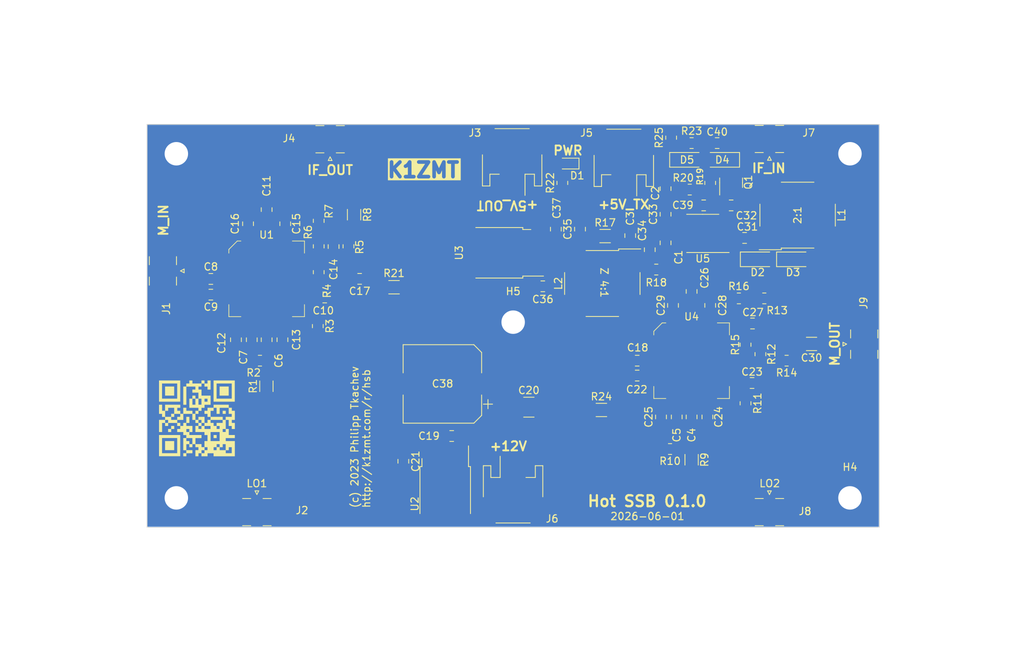
<source format=kicad_pcb>
(kicad_pcb (version 20221018) (generator pcbnew)
  (title_block (title "Hot SSB") (date "2023-09-12") (rev "0.1.0") (company "K1ZMT"))
  (layers (0 "F.Cu" signal) (31 "B.Cu" signal) (34 "B.Paste" user) (35 "F.Paste" user) (36 "B.SilkS" user "B.Silkscreen") (37 "F.SilkS" user "F.Silkscreen") (38 "B.Mask" user) (39 "F.Mask" user) (44 "Edge.Cuts" user))
  (net 0 "")
  (net 1 "Earth")
  (net 2 "Net-(U5-EN)")
  (net 3 "+5V")
  (net 4 "Net-(C3-Pad1)")
  (net 5 "Net-(U5-OUTPUT)")
  (net 6 "Net-(C4-Pad1)")
  (net 7 "Net-(U4-LOP)")
  (net 8 "Net-(U4-LON)")
  (net 9 "Net-(C6-Pad1)")
  (net 10 "Net-(U1-LOP)")
  (net 11 "Net-(U1-LON)")
  (net 12 "Net-(U1-RFP)")
  (net 13 "Net-(J1-In)")
  (net 14 "Net-(U1-RFN)")
  (net 15 "Net-(U1-BIAS)")
  (net 16 "+10V")
  (net 17 "Net-(U1-COM)")
  (net 18 "Net-(U1-AP)")
  (net 19 "Net-(U1-AN)")
  (net 20 "Net-(J4-In)")
  (net 21 "Net-(U4-RFP)")
  (net 22 "Net-(C18-Pad2)")
  (net 23 "/+VCC")
  (net 24 "Net-(U4-RFN)")
  (net 25 "Net-(U4-BIAS)")
  (net 26 "Net-(U4-COM)")
  (net 27 "Net-(U4-AP)")
  (net 28 "Net-(U4-AN)")
  (net 29 "Net-(J9-In)")
  (net 30 "Net-(C30-Pad2)")
  (net 31 "Net-(U5-INPUT)")
  (net 32 "Net-(D2-A)")
  (net 33 "Net-(D4-K)")
  (net 34 "Net-(U5-DECL)")
  (net 35 "Net-(U5-HPFL)")
  (net 36 "Net-(C34-Pad2)")
  (net 37 "Net-(J2-In)")
  (net 38 "Net-(J7-In)")
  (net 39 "Net-(J8-In)")
  (net 40 "Net-(U1-VFB)")
  (net 41 "Net-(U1-OUT)")
  (net 42 "Net-(U4-VFB)")
  (net 43 "Net-(U4-OUT)")
  (net 44 "Net-(Q1-B)")
  (net 45 "/MX1+10V")
  (net 46 "Net-(D1-A)")
  (net 47 "Net-(D4-A)")
  (net 48 "+5V_TX")
  (net 49 "/MX2+10V")
  (net 50 "Net-(C17-Pad1)")
  (footprint "Connector_Coaxial:SMA_Samtec_SMA-J-P-X-ST-EM1_EdgeMount" (layer "F.Cu") (at 115 92.8)
    (fp_text reference "J2")
    (fp_text value "LO1")
  )
  (footprint "Capacitor_SMD:C_0805_2012Metric" (layer "F.Cu") (at 114.3 69.403 -90)
    (fp_text reference "C7")
    (fp_text value "104")
  )
  (footprint "Capacitor_SMD:C_0805_2012Metric" (layer "F.Cu") (at 176.53 79.944 90)
    (fp_text reference "C24")
    (fp_text value "104")
  )
  (footprint "Capacitor_SMD:C_0805_2012Metric" (layer "F.Cu") (at 166.939 74.295 180)
    (fp_text reference "C22")
    (fp_text value "104")
  )
  (footprint "Resistor_SMD:R_1206_3216Metric" (layer "F.Cu") (at 162.052 78.994)
    (fp_text reference "R24")
    (fp_text value "0")
  )
  (footprint "Capacitor_SMD:C_0805_2012Metric" (layer "F.Cu") (at 177.861 42.545 180)
    (fp_text reference "C40")
    (fp_text value "104")
  )
  (footprint "Connector_Coaxial:SMA_Samtec_SMA-J-P-X-ST-EM1_EdgeMount" (layer "F.Cu") (at 125 42.164 180)
    (fp_text reference "J4")
    (fp_text value "IF_OUT")
  )
  (footprint "Capacitor_SMD:C_0805_2012Metric" (layer "F.Cu") (at 168.656 57.1094 -90)
    (fp_text reference "C34")
    (fp_text value "103*")
  )
  (footprint "Resistor_SMD:R_0805_2012Metric" (layer "F.Cu") (at 181.737 78.0815 -90)
    (fp_text reference "R11")
    (fp_text value "51")
  )
  (footprint "Capacitor_SMD:C_0805_2012Metric" (layer "F.Cu") (at 176.911 64.709 -90)
    (fp_text reference "C28")
    (fp_text value "331")
  )
  (footprint "Connector_Coaxial:SMA_Samtec_SMA-J-P-X-ST-EM1_EdgeMount" (layer "F.Cu") (at 197.8 70 90)
    (fp_text reference "J9")
    (fp_text value "M_OUT")
  )
  (footprint "Resistor_SMD:R_0805_2012Metric" (layer "F.Cu") (at 180.8245 63.754)
    (fp_text reference "R16")
    (fp_text value "472")
  )
  (footprint "Capacitor_SMD:C_0805_2012Metric" (layer "F.Cu") (at 174.371 79.944 90)
    (fp_text reference "C4")
    (fp_text value "104")
  )
  (footprint "Capacitor_SMD:C_0805_2012Metric" (layer "F.Cu") (at 116.332 51.628 -90)
    (fp_text reference "C11")
    (fp_text value "104")
  )
  (footprint "Resistor_SMD:R_0805_2012Metric" (layer "F.Cu") (at 174.117 48.895 180)
    (fp_text reference "R20")
    (fp_text value "104")
  )
  (footprint "Package_LCC:PLCC-20" (layer "F.Cu") (at 174.371 72.263)
    (fp_text reference "U4")
    (fp_text value "AD831AP")
  )
  (footprint "Resistor_SMD:R_0805_2012Metric" (layer "F.Cu") (at 156.718 47.9825 90)
    (fp_text reference "R22")
    (fp_text value "472")
  )
  (footprint "Package_TO_SOT_SMD:SOT-23" (layer "F.Cu") (at 179.766 47.9575 90)
    (fp_text reference "Q1")
    (fp_text value "MMBT3906")
  )
  (footprint "Capacitor_SMD:CP_Elec_10x12.5" (layer "F.Cu") (at 140.335 75.438 180)
    (fp_text reference "C38")
    (fp_text value "1000uF")
  )
  (footprint "LOGO" (layer "F.Cu") (at 106.807 80.137)
    (fp_text reference "G***" hide)
    (fp_text value "LOGO" hide)
  )
  (footprint "Capacitor_SMD:C_0805_2012Metric" (layer "F.Cu") (at 116.332 69.403 90)
    (fp_text reference "C6")
    (fp_text value "104")
  )
  (footprint "Resistor_SMD:R_0805_2012Metric" (layer "F.Cu") (at 123.444 53.1622 -90)
    (fp_text reference "R7")
    (fp_text value "472")
  )
  (footprint "Capacitor_SMD:C_0805_2012Metric" (layer "F.Cu") (at 112.141 69.403 90)
    (fp_text reference "C12")
    (fp_text value "104")
  )
  (footprint "MountingHole:MountingHole_3.2mm_M3_Pad" (layer "F.Cu") (at 150 67)
    (fp_text reference "H5")
    (fp_text value "MH")
  )
  (footprint "Inductor_SMD:L_CommonModeChoke_Wuerth_WE-SL5" (layer "F.Cu") (at 162.179 61.722 -90)
    (fp_text reference "L2")
    (fp_text value "Z 4:1")
  )
  (footprint "Resistor_SMD:R_0805_2012Metric" (layer "F.Cu") (at 171.577 41.8065 90)
    (fp_text reference "R25")
    (fp_text value "104")
  )
  (footprint "Capacitor_SMD:C_0805_2012Metric" (layer "F.Cu") (at 181.61 55.499)
    (fp_text reference "C31")
    (fp_text value "104")
  )
  (footprint "Diode_SMD:D_SOD-123" (layer "F.Cu") (at 173.736 44.831)
    (fp_text reference "D5")
    (fp_text value "1N4148W")
  )
  (footprint "Capacitor_SMD:C_0805_2012Metric" (layer "F.Cu") (at 171.831 64.709 -90)
    (fp_text reference "C29")
    (fp_text value "331")
  )
  (footprint "Capacitor_SMD:C_1206_3216Metric" (layer "F.Cu") (at 190.754 69.977 180)
    (fp_text reference "C30")
    (fp_text value "105")
  )
  (footprint "Connector_JST:JST_PH_S2B-PH-SM4-TB_1x02-1MP_P2.00mm_Horizontal" (layer "F.Cu") (at 149.987 89.916)
    (fp_text reference "J6")
    (fp_text value "+12V")
  )
  (footprint "Capacitor_SMD:C_0805_2012Metric" (layer "F.Cu") (at 166.939 72.263 180)
    (fp_text reference "C18")
    (fp_text value "104")
  )
  (footprint "Package_TO_SOT_SMD:TO-252-2" (layer "F.Cu") (at 148.004 57.531 180)
    (fp_text reference "U3")
    (fp_text value "LM78M05_TO252")
  )
  (footprint "Capacitor_SMD:C_0805_2012Metric" (layer "F.Cu") (at 154.051 62.103)
    (fp_text reference "C36")
    (fp_text value "106")
  )
  (footprint "Capacitor_SMD:C_0805_2012Metric" (layer "F.Cu") (at 170.1915 79.944 90)
    (fp_text reference "C25")
    (fp_text value "104")
  )
  (footprint "Connector_JST:JST_PH_S2B-PH-SM4-TB_1x02-1MP_P2.00mm_Horizontal" (layer "F.Cu") (at 165.116 45.156 180)
    (fp_text reference "J5")
    (fp_text value "+5V_TX")
  )
  (footprint "Resistor_SMD:R_0805_2012Metric" (layer "F.Cu") (at 181.737 70.0805 -90)
    (fp_text reference "R15")
    (fp_text value "51R")
  )
  (footprint "Resistor_SMD:R_0805_2012Metric" (layer "F.Cu") (at 184.3005 63.754 180)
    (fp_text reference "R13")
    (fp_text value "472")
  )
  (footprint "Resistor_SMD:R_0805_2012Metric" (layer "F.Cu") (at 171.4265 84.328)
    (fp_text reference "R10")
    (fp_text value "510")
  )
  (footprint "MountingHole:MountingHole_3.2mm_M3_Pad" (layer "F.Cu") (at 196 91)
    (fp_text reference "H4")
    (fp_text value "MH")
  )
  (footprint "Resistor_SMD:R_0805_2012Metric" (layer "F.Cu") (at 123.317 67.5405 -90)
    (fp_text reference "R3")
    (fp_text value "51")
  )
  (footprint "Connector_Coaxial:SMA_Samtec_SMA-J-P-X-ST-EM1_EdgeMount" (layer "F.Cu") (at 185 92.8)
    (fp_text reference "J8")
    (fp_text value "LO2")
  )
  (footprint "Resistor_SMD:R_1206_3216Metric" (layer "F.Cu") (at 128.27 52.324 -90)
    (fp_text reference "R8")
    (fp_text value "101")
  )
  (footprint "Package_SO:TSSOP-14_4.4x5mm_P0.65mm" (layer "F.Cu") (at 175.895 54.879 180)
    (fp_text reference "U5")
    (fp_text value "AD8367ARU")
  )
  (footprint "Resistor_SMD:R_0805_2012Metric" (layer "F.Cu") (at 183.769 71.374 -90)
    (fp_text reference "R12")
    (fp_text value "681")
  )
  (footprint "Resistor_SMD:R_1206_3216Metric" (layer "F.Cu") (at 174.371 85.7905 90)
    (fp_text reference "R9")
    (fp_text value "221")
  )
  (footprint "Capacitor_SMD:C_1210_3225Metric" (layer "F.Cu") (at 152.146 78.613)
    (fp_text reference "C20")
    (fp_text value "105")
  )
  (footprint "Resistor_SMD:R_0805_2012Metric" (layer "F.Cu") (at 123.444 60.1745 -90)
    (fp_text reference "R4")
    (fp_text value "121")
  )
  (footprint "Capacitor_SMD:C_0805_2012Metric" (layer "F.Cu") (at 118.872 53.56 -90)
    (fp_text reference "C15")
    (fp_text value "102")
  )
  (footprint "Connector_JST:JST_PH_S2B-PH-SM4-TB_1x02-1MP_P2.00mm_Horizontal" (layer "F.Cu") (at 149.86 45.085 180)
    (fp_text reference "J3")
    (fp_text value "+5V_OUT")
  )
  (footprint "Capacitor_SMD:C_0805_2012Metric" (layer "F.Cu") (at 129.032 61.087 180)
    (fp_text reference "C17")
    (fp_text value "105")
  )
  (footprint "Capacitor_SMD:C_0805_2012Metric" (layer "F.Cu") (at 176.022 51.054)
    (fp_text reference "C39")
    (fp_text value "104")
  )
  (footprint "Capacitor_SMD:C_0805_2012Metric" (layer "F.Cu") (at 179.771 51.054 180)
    (fp_text reference "C32")
    (fp_text value "104*")
  )
  (footprint "Connector_Coaxial:SMA_Samtec_SMA-J-P-X-ST-EM1_EdgeMount" (layer "F.Cu") (at 185 42.1275 180)
    (fp_text reference "J7")
    (fp_text value "IF_IN")
  )
  (footprint "Capacitor_SMD:C_0805_2012Metric" (layer "F.Cu") (at 125.476 56.6776 -90)
    (fp_text reference "C14")
    (fp_text value "104")
  )
  (footprint "Capacitor_SMD:C_0805_2012Metric" (layer "F.Cu") (at 165.989 55.179 90)
    (fp_text reference "C3")
    (fp_text value "104")
  )
  (footprint "MountingHole:MountingHole_3.2mm_M3_Pad" (layer "F.Cu") (at 104 91)
    (fp_text reference "H3" hide)
    (fp_text value "MH")
  )
  (footprint "Capacitor_SMD:C_0805_2012Metric" (layer "F.Cu") (at 172.339 79.944 -90)
    (fp_text reference "C5")
    (fp_text value "104")
  )
  (footprint "Capacitor_SMD:C_0805_2012Metric" (layer "F.Cu") (at 155.829 54.295 90)
    (fp_text reference "C37")
    (fp_text value "106")
  )
  (footprint "Diode_SMD:D_SOD-123" (layer "F.Cu") (at 183.388 58.42)
    (fp_text reference "D2")
    (fp_text value "1N4148W")
  )
  (footprint "Diode_SMD:D_SOD-123" (layer "F.Cu") (at 178.562 44.831 180)
    (fp_text reference "D4")
    (fp_text value "1N4148W")
  )
  (footprint "Resistor_SMD:R_0805_2012Metric" (layer "F.Cu") (at 174.371 42.545 180)
    (fp_text reference "R23")
    (fp_text value "104")
  )
  (footprint "Resistor_SMD:R_1206_3216Metric" (layer "F.Cu") (at 162.56 55.245)
    (fp_text reference "R17")
    (fp_text value "3R3")
  )
  (footprint "Capacitor_SMD:C_0805_2012Metric" (layer "F.Cu") (at 108.712 63.246 180)
    (fp_text reference "C9")
    (fp_text value "105")
  )
  (footprint "Resistor_SMD:R_0805_2012Metric" (layer "F.Cu") (at 169.545 59.817)
    (fp_text reference "R18")
    (fp_text value "101*")
  )
  (footprint "Capacitor_SMD:C_0805_2012Metric" (layer "F.Cu") (at 141.605 82.55 180)
    (fp_text reference "C19")
    (fp_text value "104")
  )
  (footprint "Resistor_SMD:R_0805_2012Metric" (layer "F.Cu") (at 187.3485 72.263 180)
    (fp_text reference "R14")
    (fp_text value "51R")
  )
  (footprint "Capacitor_SMD:C_0805_2012Metric" (layer "F.Cu") (at 124.267 63.627)
    (fp_text reference "C10")
    (fp_text value "104")
  )
  (footprint "Capacitor_SMD:C_0805_2012Metric" (layer "F.Cu") (at 182.687 67.183)
    (fp_text reference "C27")
    (fp_text value "104")
  )
  (footprint "Capacitor_SMD:C_0805_2012Metric" (layer "F.Cu") (at 135 86 -90)
    (fp_text reference "C21")
    (fp_text value "105")
  )
  (footprint "Resistor_SMD:R_1206_3216Metric" (layer "F.Cu") (at 133.731 62.23 180)
    (fp_text reference "R21")
    (fp_text value "0")
  )
  (footprint "Inductor_SMD:L_CommonModeChoke_Wuerth_WE-SL5" (layer "F.Cu") (at 188.849 52.386 90)
    (fp_text reference "L1")
    (fp_text value "2:1")
  )
  (footprint "Capacitor_SMD:C_0805_2012Metric" (layer "F.Cu") (at 108.712 61.1 180)
    (fp_text reference "C8")
    (fp_text value "105")
  )
  (footprint "Resistor_SMD:R_0805_2012Metric" (layer "F.Cu") (at 123.444 56.642 -90)
    (fp_text reference "R6")
    (fp_text value "51R")
  )
  (footprint "Capacitor_SMD:C_0805_2012Metric" (layer "F.Cu") (at 170.815 48.768 -90)
    (fp_text reference "C2")
    (fp_text value "105")
  )
  (footprint "Resistor_SMD:R_0805_2012Metric" (layer "F.Cu") (at 127.508 56.6401 90)
    (fp_text reference "R5")
    (fp_text value "472")
  )
  (footprint "MountingHole:MountingHole_3.2mm_M3_Pad" (layer "F.Cu") (at 196 44)
    (fp_text reference "H2" hide)
    (fp_text value "MH")
  )
  (footprint "Connector_Coaxial:SMA_Samtec_SMA-J-P-X-ST-EM1_EdgeMount" (layer "F.Cu") (at 102.308 60 -90)
    (fp_text reference "J1")
    (fp_text value "M_IN")
  )
  (footprint "Capacitor_SMD:C_0805_2012Metric" (layer "F.Cu") (at 182.626 75.311)
    (fp_text reference "C23")
    (fp_text value "104")
  )
  (footprint "Resistor_SMD:R_0805_2012Metric" (layer "F.Cu") (at 176.911 47.9825 -90)
    (fp_text reference "R19")
    (fp_text value "113")
  )
  (footprint "Resistor_SMD:R_0805_2012Metric" (layer "F.Cu") (at 115.4195 72.263)
    (fp_text reference "R2")
    (fp_text value "510")
  )
  (footprint "Capacitor_SMD:C_0805_2012Metric" (layer "F.Cu") (at 170.815 52.263 90)
    (fp_text reference "C33")
    (fp_text value "104")
  )
  (footprint "MountingHole:MountingHole_3.2mm_M3_Pad" (layer "F.Cu") (at 104 44)
    (fp_text reference "H1" hide)
    (fp_text value "MH")
  )
  (footprint "Package_TO_SOT_SMD:TO-252-2" (layer "F.Cu") (at 140.72 90.04 -90)
    (fp_text reference "U2")
    (fp_text value "LM78M10_TO252")
  )
  (footprint "Capacitor_SMD:C_0805_2012Metric" (layer "F.Cu") (at 170.815 56.1696 90)
    (fp_text reference "C1")
    (fp_text value "104")
  )
  (footprint "Capacitor_SMD:C_0805_2012Metric" (layer "F.Cu") (at 174.371 62.804 -90)
    (fp_text reference "C26")
    (fp_text value "104")
  )
  (footprint "Capacitor_SMD:C_0805_2012Metric" (layer "F.Cu") (at 113.792 53.56 -90)
    (fp_text reference "C16")
    (fp_text value "102")
  )
  (footprint "Resistor_SMD:R_1206_3216Metric" (layer "F.Cu") (at 116.3 75.7535 90)
    (fp_text reference "R1")
    (fp_text value "221")
  )
  (footprint "LED_SMD:LED_0603_1608Metric" (layer "F.Cu") (at 157.5055 45.339 180)
    (fp_text reference "D1")
    (fp_text value "PWR")
  )
  (footprint "Capacitor_SMD:C_0805_2012Metric" (layer "F.Cu") (at 118.491 69.403 90)
    (fp_text reference "C13")
    (fp_text value "104")
  )
  (footprint "Package_LCC:PLCC-20" (layer "F.Cu") (at 116.332 61.087)
    (fp_text reference "U1")
    (fp_text value "AD831AP")
  )
  (footprint "Diode_SMD:D_SOD-123" (layer "F.Cu") (at 188.341 58.42)
    (fp_text reference "D3")
    (fp_text value "1N4148W")
  )
  (footprint "Capacitor_SMD:C_0805_2012Metric" (layer "F.Cu") (at 159.131 54.295 90)
    (fp_text reference "C35")
    (fp_text value "104")
  )
  (gr_line (start 200 40) (end 200 95) (stroke (width 0.1)) (layer "Edge.Cuts"))
  (gr_line (start 200 95) (end 100 95) (stroke (width 0.1)) (layer "Edge.Cuts"))
  (gr_line (start 100 95) (end 100 40) (stroke (width 0.1)) (layer "Edge.Cuts"))
  (gr_line (start 100 40) (end 200 40) (stroke (width 0.1)) (layer "Edge.Cuts"))
  (gr_text "K1ZMT" (at 132.588 46.228) (layer "F.SilkS" knockout) (effects (font (size 2 2) (thickness 0.5) bold) (justify left)))
  (gr_text "${TITLE} ${REVISION}" (at 160.02 92.329) (layer "F.SilkS") (effects (font (size 1.5 1.5) (thickness 0.3) bold) (justify left bottom)))
  (gr_text "${CURRENT_DATE}" (at 163.195 94.107) (layer "F.SilkS") (effects (font (size 1 1)) (justify left bottom)))
  (gr_text "(c) 2023 Philipp Tkachev\nhttp://k1zmt.com/r/hsb" (at 130.556 92.456 90) (layer "F.SilkS") (effects (font (size 1 1)) (justify left bottom)))
  (segment (start 171.094 55.529) (end 170.815 55.25) (width 0.4) (layer "F.Cu") (net 2))
  (segment (start 175.544 55.529) (end 176.194 56.179) (width 0.4) (layer "F.Cu") (net 2))
  (segment (start 176.194 56.179) (end 178.7575 56.179) (width 0.4) (layer "F.Cu") (net 2))
  (segment (start 170.744 55.179) (end 170.815 55.25) (width 0.5) (layer "F.Cu") (net 2))
  (segment (start 164.0885 55.179) (end 170.744 55.179) (width 0.5) (layer "F.Cu") (net 2))
  (segment (start 171.186 54.879) (end 170.815 55.25) (width 0.4) (layer "F.Cu") (net 2))
  (segment (start 173.0325 55.529) (end 171.094 55.529) (width 0.4) (layer "F.Cu") (net 2))
  (segment (start 173.0325 54.879) (end 171.186 54.879) (width 0.4) (layer "F.Cu") (net 2))
  (segment (start 164.0225 55.245) (end 164.0885 55.179) (width 0.5) (layer "F.Cu") (net 2))
  (segment (start 173.0325 55.529) (end 175.544 55.529) (width 0.4) (layer "F.Cu") (net 2))
  (segment (start 153.035 50.11) (end 153.035 55.242) (width 0.7) (layer "F.Cu") (net 3))
  (segment (start 169.037 48.895) (end 169.037 50.927) (width 0.7) (layer "F.Cu") (net 3))
  (segment (start 172.974 47.879) (end 170.876 47.879) (width 0.7) (layer "F.Cu") (net 3))
  (segment (start 173.2045 48.1095) (end 172.974 47.879) (width 0.7) (layer "F.Cu") (net 3))
  (segment (start 173.2045 48.895) (end 173.2045 48.1095) (width 0.7) (layer "F.Cu") (net 3))
  (segment (start 169.037 50.927) (end 167.894 52.07) (width 0.7) (layer "F.Cu") (net 3))
  (segment (start 150.86 47.935) (end 153.035 50.11) (width 0.7) (layer "F.Cu") (net 3))
  (segment (start 170.114 47.818) (end 169.037 48.895) (width 0.7) (layer "F.Cu") (net 3))
  (segment (start 170.815 47.818) (end 170.114 47.818) (width 0.7) (layer "F.Cu") (net 3))
  (segment (start 170.876 47.879) (end 170.815 47.818) (width 0.7) (layer "F.Cu") (net 3))
  (segment (start 153.035 55.242) (end 153.044 55.251) (width 0.7) (layer "F.Cu") (net 3))
  (segment (start 161.0975 55.245) (end 153.543 55.245) (width 1) (layer "F.Cu") (net 3))
  (segment (start 167.894 52.07) (end 164.2725 52.07) (width 0.7) (layer "F.Cu") (net 3))
  (segment (start 156.718 48.895) (end 151.82 48.895) (width 0.7) (layer "F.Cu") (net 3))
  (segment (start 151.82 48.895) (end 150.86 47.935) (width 0.7) (layer "F.Cu") (net 3))
  (segment (start 164.2725 52.07) (end 161.0975 55.245) (width 0.7) (layer "F.Cu") (net 3))
  (segment (start 165.989 56.129) (end 165.989 58.612) (width 1) (layer "F.Cu") (net 4))
  (segment (start 173.0325 54.229) (end 165.989 54.229) (width 0.4) (layer "F.Cu") (net 5))
  (segment (start 174.371 84.328) (end 172.4895 84.328) (width 1) (layer "F.Cu") (net 6))
  (segment (start 174.371 84.328) (end 174.371 80.894) (width 1) (layer "F.Cu") (net 6))
  (segment (start 174.371 76.3155) (end 174.371 78.994) (width 0.7) (layer "F.Cu") (net 7))
  (segment (start 173.101 78.232) (end 172.339 78.994) (width 0.7) (layer "F.Cu") (net 8))
  (segment (start 173.101 76.3155) (end 173.101 78.232) (width 0.7) (layer "F.Cu") (net 8))
  (segment (start 116.332 74.0555) (end 116.3 74.0875) (width 0.7) (layer "F.Cu") (net 9))
  (segment (start 116.332 70.353) (end 116.332 74.0555) (width 0.7) (layer "F.Cu") (net 9))
  (segment (start 116.332 65.1395) (end 116.332 68.453) (width 0.7) (layer "F.Cu") (net 10))
  (segment (start 114.915553 67.837447) (end 114.3 68.453) (width 0.7) (layer "F.Cu") (net 11))
  (segment (start 115.062 65.1395) (end 115.062 67.483893) (width 0.7) (layer "F.Cu") (net 11))
  (arc (start 114.915553 67.837447) (mid 115.02394 67.675235) (end 115.062 67.483893) (width 0.7) (layer "F.Cu") (net 11))
  (segment (start 112.1525 61.1) (end 109.25 61.1) (width 0.7) (layer "F.Cu") (net 12))
  (segment (start 105.835786 60) (end 102.108 60) (width 1) (layer "F.Cu") (net 13))
  (segment (start 107.35 61.1) (end 106.542893 60.292893) (width 1) (layer "F.Cu") (net 13))
  (arc (start 105.835786 60) (mid 106.218469 60.07612) (end 106.542893 60.292893) (width 1) (layer "F.Cu") (net 13))
  (segment (start 112.2795 62.357) (end 110.551 62.357) (width 0.7) (layer "F.Cu") (net 14))
  (segment (start 110.551 62.357) (end 109.662 63.246) (width 0.7) (layer "F.Cu") (net 14))
  (segment (start 120.3845 63.627) (end 123.317 63.627) (width 0.7) (layer "F.Cu") (net 15))
  (segment (start 123.3 63.644) (end 123.3 66.611) (width 0.7) (layer "F.Cu") (net 15))
  (segment (start 123.317 63.627) (end 123.3 63.644) (width 0.7) (layer "F.Cu") (net 15))
  (segment (start 123.3 66.611) (end 123.317 66.628) (width 0.7) (layer "F.Cu") (net 15))
  (segment (start 153.101 62.103) (end 153.101 59.868) (width 1) (layer "F.Cu") (net 16))
  (segment (start 135.382 62.103) (end 153.101 62.103) (width 1) (layer "F.Cu") (net 16))
  (segment (start 154.94 72.009) (end 154.94 64.262) (width 0.7) (layer "F.Cu") (net 16))
  (segment (start 154.94 64.262) (end 153.101 62.423) (width 0.7) (layer "F.Cu") (net 16))
  (segment (start 153.101 59.868) (end 153.044 59.811) (width 0.7) (layer "F.Cu") (net 16))
  (segment (start 135 85.05) (end 133.31 85.05) (width 1) (layer "F.Cu") (net 16))
  (segment (start 132.334 84.074) (end 132.334 71.8058) (width 1) (layer "F.Cu") (net 16))
  (segment (start 135.05 85) (end 135 85.05) (width 1) (layer "F.Cu") (net 16))
  (segment (start 160.397 78.994) (end 157.734 78.994) (width 0.7) (layer "F.Cu") (net 16))
  (segment (start 133.31 85.05) (end 132.334 84.074) (width 1) (layer "F.Cu") (net 16))
  (segment (start 157.734 78.994) (end 157.48 78.74) (width 0.7) (layer "F.Cu") (net 16))
  (segment (start 138.44 85) (end 135.05 85) (width 1) (layer "F.Cu") (net 16))
  (segment (start 157.48 74.549) (end 154.94 72.009) (width 0.7) (layer "F.Cu") (net 16))
  (segment (start 132.334 71.8058) (end 135.382 68.7578) (width 1) (layer "F.Cu") (net 16))
  (segment (start 135.382 68.7578) (end 135.382 62.103) (width 1) (layer "F.Cu") (net 16))
  (segment (start 153.101 62.423) (end 153.101 62.103) (width 0.7) (layer "F.Cu") (net 16))
  (segment (start 157.48 78.74) (end 157.48 74.549) (width 0.7) (layer "F.Cu") (net 16))
  (segment (start 122.7563 55.7295) (end 123.444 55.7295) (width 0.7) (layer "F.Cu") (net 17))
  (segment (start 123.444 55.7295) (end 123.444 54.0747) (width 0.7) (layer "F.Cu") (net 17))
  (segment (start 120.3845 58.547) (end 121.412 58.547) (width 0.7) (layer "F.Cu") (net 17))
  (segment (start 121.412 58.547) (end 122.174 57.785) (width 0.7) (layer "F.Cu") (net 17))
  (segment (start 127.5061 55.7295) (end 127.508 55.7276) (width 0.7) (layer "F.Cu") (net 17))
  (segment (start 122.174 57.785) (end 122.174 56.3118) (width 0.7) (layer "F.Cu") (net 17))
  (segment (start 123.444 55.7295) (end 127.5061 55.7295) (width 0.7) (layer "F.Cu") (net 17))
  (segment (start 122.174 56.3118) (end 122.7563 55.7295) (width 0.7) (layer "F.Cu") (net 17))
  (segment (start 117.602 55.78) (end 118.872 54.51) (width 0.7) (layer "F.Cu") (net 18))
  (segment (start 118.872 57.0345) (end 118.872 54.51) (width 0.7) (layer "F.Cu") (net 18))
  (segment (start 117.602 57.0345) (end 117.602 55.78) (width 0.7) (layer "F.Cu") (net 18))
  (segment (start 113.792 57.0345) (end 113.792 54.51) (width 0.7) (layer "F.Cu") (net 19))
  (segment (start 115.062 55.78) (end 113.792 54.51) (width 0.7) (layer "F.Cu") (net 19))
  (segment (start 115.062 57.0345) (end 115.062 55.78) (width 0.7) (layer "F.Cu") (net 19))
  (segment (start 125 42.3625) (end 125 43.560747) (width 1) (layer "F.Cu") (net 20))
  (segment (start 128.27 50.771) (end 128.27 49.054528) (width 1) (layer "F.Cu") (net 20))
  (segment (start 127.008161 46.008166) (end 125.310593 44.310588) (width 1) (layer "F.Cu") (net 20))
  (arc (start 125.310593 44.310588) (mid 125.08072 43.966558) (end 125 43.560747) (width 1) (layer "F.Cu") (net 20))
  (arc (start 127.008161 46.008166) (mid 127.942059 47.40585) (end 128.27 49.054528) (width 1) (layer "F.Cu") (net 20))
  (segment (start 170.3185 72.263) (end 167.889 72.263) (width 0.7) (layer "F.Cu") (net 21))
  (segment (start 165.989 72.263) (end 165.989 64.832) (width 1) (layer "F.Cu") (net 22))
  (segment (start 170.3185 73.533) (end 168.651 73.533) (width 0.7) (layer "F.Cu") (net 24))
  (segment (start 168.651 73.533) (end 167.889 74.295) (width 0.7) (layer "F.Cu") (net 24))
  (segment (start 181.737 77.169) (end 181.737 75.438) (width 0.7) (layer "F.Cu") (net 25))
  (segment (start 181.102 74.803) (end 181.737 75.438) (width 0.7) (layer "F.Cu") (net 25))
  (segment (start 178.4235 74.803) (end 181.102 74.803) (width 0.7) (layer "F.Cu") (net 25))
  (segment (start 181.737 69.168) (end 181.737 63.754) (width 0.7) (layer "F.Cu") (net 26))
  (segment (start 181.737 63.754) (end 183.388 63.754) (width 0.7) (layer "F.Cu") (net 26))
  (segment (start 178.4235 69.723) (end 181.182 69.723) (width 0.7) (layer "F.Cu") (net 26))
  (segment (start 181.182 69.723) (end 181.737 69.168) (width 0.7) (layer "F.Cu") (net 26))
  (segment (start 175.641 66.929) (end 176.911 65.659) (width 0.7) (layer "F.Cu") (net 27))
  (segment (start 175.641 68.2105) (end 175.641 66.929) (width 0.7) (layer "F.Cu") (net 27))
  (segment (start 176.911 68.2105) (end 176.911 65.659) (width 0.7) (layer "F.Cu") (net 27))
  (segment (start 171.831 68.2105) (end 171.831 65.659) (width 0.7) (layer "F.Cu") (net 28))
  (segment (start 173.101 66.929) (end 171.831 65.659) (width 0.7) (layer "F.Cu") (net 28))
  (segment (start 173.101 68.2105) (end 173.101 66.929) (width 0.7) (layer "F.Cu") (net 28))
  (segment (start 192.919 70) (end 192.815 70.104) (width 1.27) (layer "F.Cu") (net 29))
  (segment (start 198 70) (end 192.919 70) (width 1.27) (layer "F.Cu") (net 29))
  (segment (start 188.261 70.995) (end 189.279 69.977) (width 0.7) (layer "F.Cu") (net 30))
  (segment (start 188.261 72.263) (end 188.261 70.995) (width 0.7) (layer "F.Cu") (net 30))
  (segment (start 178.7575 55.514) (end 180.645 55.514) (width 0.4) (layer "F.Cu") (net 31))
  (segment (start 180.645 55.514) (end 180.66 55.499) (width 0.4) (layer "F.Cu") (net 31))
  (segment (start 185.036 55.499) (end 185.039 55.496) (width 0.7) (layer "F.Cu") (net 32))
  (segment (start 185.038 55.497) (end 185.039 55.496) (width 0.7) (layer "F.Cu") (net 32))
  (segment (start 185.038 58.42) (end 185.038 55.497) (width 0.7) (layer "F.Cu") (net 32))
  (segment (start 185.038 58.42) (end 186.691 58.42) (width 0.7) (layer "F.Cu") (net 32))
  (segment (start 182.56 55.499) (end 185.036 55.499) (width 0.7) (layer "F.Cu") (net 32))
  (segment (start 178.7725 53.564) (end 180.467 53.564) (width 0.4) (layer "F.Cu") (net 33))
  (segment (start 180.721 53.34) (end 180.721 51.054) (width 0.4) (layer "F.Cu") (net 33))
  (segment (start 178.7575 53.579) (end 178.7725 53.564) (width 0.4) (layer "F.Cu") (net 33))
  (segment (start 180.467 53.564) (end 180.497 53.564) (width 0.4) (layer "F.Cu") (net 33))
  (segment (start 178.7575 54.214) (end 178.7575 53.579) (width 0.4) (layer "F.Cu") (net 33))
  (segment (start 178.7575 53.564) (end 180.467 53.564) (width 0.4) (layer "F.Cu") (net 33))
  (segment (start 180.721 51.054) (end 180.721 48.9) (width 0.4) (layer "F.Cu") (net 33))
  (segment (start 180.716 45.335) (end 180.212 44.831) (width 0.4) (layer "F.Cu") (net 33))
  (segment (start 180.497 53.564) (end 180.721 53.34) (width 0.4) (layer "F.Cu") (net 33))
  (segment (start 180.721 48.9) (end 180.716 48.895) (width 0.4) (layer "F.Cu") (net 33))
  (segment (start 180.716 48.895) (end 180.716 45.335) (width 0.4) (layer "F.Cu") (net 33))
  (segment (start 171.181 53.579) (end 170.815 53.213) (width 0.4) (layer "F.Cu") (net 34))
  (segment (start 173.0325 53.579) (end 171.181 53.579) (width 0.4) (layer "F.Cu") (net 34))
  (segment (start 168.6756 56.179) (end 168.656 56.1594) (width 0.4) (layer "F.Cu") (net 35))
  (segment (start 173.0325 56.179) (end 168.6756 56.179) (width 0.4) (layer "F.Cu") (net 35))
  (segment (start 168.656 59.7935) (end 168.6325 59.817) (width 0.4) (layer "F.Cu") (net 36))
  (segment (start 168.656 58.0594) (end 168.656 59.7935) (width 0.4) (layer "F.Cu") (net 36))
  (segment (start 115 83.426072) (end 115 93) (width 1) (layer "F.Cu") (net 37))
  (segment (start 116.3 77.216) (end 116.3 80.655668) (width 1) (layer "F.Cu") (net 37))
  (segment (start 115.835904 81.776096) (end 115.575636 82.036364) (width 1) (layer "F.Cu") (net 37))
  (arc (start 115.575636 82.036364) (mid 115.149603 82.673967) (end 115 83.426072) (width 1) (layer "F.Cu") (net 37))
  (arc (start 116.3 80.655668) (mid 116.17938 81.262039) (end 115.835904 81.776096) (width 1) (layer "F.Cu") (net 37))
  (segment (start 185.039 49.276) (end 185 49.237) (width 0.7) (layer "F.Cu") (net 38))
  (segment (start 185 49.237) (end 185 41.9275) (width 0.7) (layer "F.Cu") (net 38))
  (segment (start 184.961698 92.961698) (end 185 93) (width 1) (layer "F.Cu") (net 39))
  (segment (start 183.465787 87.834787) (end 184.375912 88.744912) (width 1) (layer "F.Cu") (net 39))
  (segment (start 174.375 87.249) (end 182.051573 87.249) (width 1) (layer "F.Cu") (net 39))
  (segment (start 184.961698 90.159125) (end 184.961698 92.961698) (width 1) (layer "F.Cu") (net 39))
  (segment (start 174.371 87.253) (end 174.375 87.249) (width 1) (layer "F.Cu") (net 39))
  (arc (start 183.465787 87.834787) (mid 182.81694 87.401241) (end 182.051573 87.249) (width 1) (layer "F.Cu") (net 39))
  (arc (start 184.961698 90.159125) (mid 184.809457 89.393758) (end 184.375912 88.744912) (width 1) (layer "F.Cu") (net 39))
  (segment (start 122.4242 59.262) (end 123.444 59.262) (width 0.7) (layer "F.Cu") (net 40))
  (segment (start 123.444 57.5545) (end 123.444 59.262) (width 0.7) (layer "F.Cu") (net 40))
  (segment (start 120.3845 59.817) (end 121.8692 59.817) (width 0.7) (layer "F.Cu") (net 40))
  (segment (start 121.8692 59.817) (end 122.4242 59.262) (width 0.7) (layer "F.Cu") (net 40))
  (segment (start 120.3845 61.087) (end 128.27 61.087) (width 0.7) (layer "F.Cu") (net 41))
  (segment (start 178.4235 70.993) (end 181.737 70.993) (width 0.7) (layer "F.Cu") (net 42))
  (segment (start 182.499 70.993) (end 183.0305 70.4615) (width 0.7) (layer "F.Cu") (net 42))
  (segment (start 183.0305 70.4615) (end 183.769 70.4615) (width 0.7) (layer "F.Cu") (net 42))
  (segment (start 181.737 70.993) (end 182.499 70.993) (width 0.7) (layer "F.Cu") (net 42))
  (segment (start 178.4235 72.263) (end 186.436 72.263) (width 0.7) (layer "F.Cu") (net 43))
  (segment (start 175.072 51.054) (end 175.072 48.9375) (width 0.7) (layer "F.Cu") (net 44))
  (segment (start 175.072 48.9375) (end 175.0295 48.895) (width 0.7) (layer "F.Cu") (net 44))
  (segment (start 175.0295 48.895) (end 178.816 48.895) (width 0.7) (layer "F.Cu") (net 44))
  (segment (start 130.7084 51.9684) (end 129.231971 51.9684) (width 0.7) (layer "F.Cu") (net 45))
  (segment (start 116.332 57.0345) (end 116.332 52.578) (width 0.7) (layer "F.Cu") (net 45))
  (segment (start 121.6096 51.974) (end 120.9736 52.61) (width 0.7) (layer "F.Cu") (net 45))
  (segment (start 123.317 68.453) (end 118.491 68.453) (width 0.7) (layer "F.Cu") (net 45))
  (segment (start 129.231971 51.9684) (end 129.226371 51.974) (width 0.7) (layer "F.Cu") (net 45))
  (segment (start 127.127 68.453) (end 132.2685 63.3115) (width 0.7) (layer "F.Cu") (net 45))
  (segment (start 117.602 65.1395) (end 117.602 67.564) (width 0.7) (layer "F.Cu") (net 45))
  (segment (start 117.602 67.564) (end 118.491 68.453) (width 0.7) (layer "F.Cu") (net 45))
  (segment (start 112.141 68.453) (end 112.141 68.707) (width 0.5) (layer "F.Cu") (net 45))
  (segment (start 113.792 66.802) (end 113.792 65.1395) (width 0.7) (layer "F.Cu") (net 45))
  (segment (start 112.141 68.707) (end 112.837 69.403) (width 0.5) (layer "F.Cu") (net 45))
  (segment (start 132.334 62.1645) (end 132.334 53.594) (width 0.7) (layer "F.Cu") (net 45))
  (segment (start 132.2685 63.3115) (end 132.2685 62.23) (width 0.7) (layer "F.Cu") (net 45))
  (segment (start 117.541 69.403) (end 118.491 68.453) (width 0.5) (layer "F.Cu") (net 45))
  (segment (start 132.2685 62.23) (end 132.334 62.1645) (width 0.7) (layer "F.Cu") (net 45))
  (segment (start 120.9736 52.61) (end 113.792 52.61) (width 0.7) (layer "F.Cu") (net 45))
  (segment (start 132.334 53.594) (end 130.7084 51.9684) (width 0.7) (layer "F.Cu") (net 45))
  (segment (start 123.317 68.453) (end 127.127 68.453) (width 0.7) (layer "F.Cu") (net 45))
  (segment (start 129.226371 51.974) (end 121.6096 51.974) (width 0.7) (layer "F.Cu") (net 45))
  (segment (start 112.141 68.453) (end 113.792 66.802) (width 0.7) (layer "F.Cu") (net 45))
  (segment (start 112.837 69.403) (end 117.541 69.403) (width 0.5) (layer "F.Cu") (net 45))
  (segment (start 156.718 45.339) (end 156.718 47.07) (width 0.7) (layer "F.Cu") (net 46))
  (segment (start 176.911 42.545) (end 175.2835 42.545) (width 0.4) (layer "F.Cu") (net 47))
  (segment (start 175.386 44.831) (end 176.912 44.831) (width 0.4) (layer "F.Cu") (net 47))
  (segment (start 176.912 44.831) (end 176.912 42.546) (width 0.4) (layer "F.Cu") (net 47))
  (segment (start 176.912 42.546) (end 176.911 42.545) (width 0.4) (layer "F.Cu") (net 47))
  (segment (start 166.116 46.228) (end 166.116 48.006) (width 0.4) (layer "F.Cu") (net 48))
  (segment (start 167.64 44.704) (end 166.116 46.228) (width 0.4) (layer "F.Cu") (net 48))
  (segment (start 171.323 42.545) (end 170.688 43.18) (width 0.4) (layer "F.Cu") (net 48))
  (segment (start 173.4585 42.545) (end 171.323 42.545) (width 0.4) (layer "F.Cu") (net 48))
  (segment (start 170.688 44.704) (end 167.64 44.704) (width 0.4) (layer "F.Cu") (net 48))
  (segment (start 170.688 43.18) (end 170.688 44.704) (width 0.4) (layer "F.Cu") (net 48))
  (segment (start 171.831 77.3545) (end 170.1915 78.994) (width 0.7) (layer "F.Cu") (net 49))
  (segment (start 190.373 78.359) (end 190.373 70.989371) (width 0.7) (layer "F.Cu") (net 49))
  (segment (start 190.404 63.023) (end 189.103 61.722) (width 0.7) (layer "F.Cu") (net 49))
  (segment (start 170.1915 78.994) (end 171.1415 79.944) (width 0.5) (layer "F.Cu") (net 49))
  (segment (start 176.53 78.994) (end 181.737 78.994) (width 0.7) (layer "F.Cu") (net 49))
  (segment (start 189.103 61.722) (end 181.102 61.722) (width 0.7) (layer "F.Cu") (net 49))
  (segment (start 175.641 78.105) (end 176.53 78.994) (width 0.7) (layer "F.Cu") (net 49))
  (segment (start 171.1415 79.944) (end 175.58 79.944) (width 0.5) (layer "F.Cu") (net 49))
  (segment (start 175.58 79.944) (end 176.53 78.994) (width 0.5) (layer "F.Cu") (net 49))
  (segment (start 179.912 62.912) (end 179.912 63.754) (width 0.7) (layer "F.Cu") (net 49))
  (segment (start 190.373 70.989371) (end 190.404 70.958371) (width 0.7) (layer "F.Cu") (net 49))
  (segment (start 189.738 78.994) (end 190.373 78.359) (width 0.7) (layer "F.Cu") (net 49))
  (segment (start 179.907 63.759) (end 179.912 63.754) (width 0.7) (layer "F.Cu") (net 49))
  (segment (start 181.737 78.994) (end 189.738 78.994) (width 0.7) (layer "F.Cu") (net 49))
  (segment (start 174.371 68.2105) (end 174.371 63.754) (width 0.7) (layer "F.Cu") (net 49))
  (segment (start 181.102 61.722) (end 179.912 62.912) (width 0.7) (layer "F.Cu") (net 49))
  (segment (start 175.641 76.3155) (end 175.641 78.105) (width 0.7) (layer "F.Cu") (net 49))
  (segment (start 171.831 63.759) (end 179.907 63.759) (width 0.7) (layer "F.Cu") (net 49))
  (segment (start 190.404 70.958371) (end 190.404 63.023) (width 0.7) (layer "F.Cu") (net 49))
  (segment (start 171.831 76.3155) (end 171.831 77.3545) (width 0.7) (layer "F.Cu") (net 49))
  (segment (start 163.5145 78.994) (end 170.1915 78.994) (width 0.7) (layer "F.Cu") (net 49))
  (segment (start 129.9972 54.8132) (end 128.905 53.721) (width 1) (layer "F.Cu") (net 50))
  (segment (start 128.905 53.721) (end 128.27 53.721) (width 1) (layer "F.Cu") (net 50))
  (segment (start 129.9972 61.0718) (end 129.9972 54.8132) (width 1) (layer "F.Cu") (net 50))
  (segment (start 129.982 61.087) (end 129.9972 61.0718) (width 1) (layer "F.Cu") (net 50))
  (zone (net 23) (net_name "/+VCC") (layer "F.Cu") (priority 2) (connect_pads yes (clearance 0.5)) (min_thickness 0.25) (fill yes (thermal_gap 0.5) (thermal_bridge_width 0.5) (smoothing fillet) (radius 1))
    (polygon (pts (xy 142.125 73.98) (xy 151.619 73.853) (xy 151.492 86.077) (xy 141.998 86.204)))
  )
  (zone locked (net 1) (net_name "Earth") (layers "F&B.Cu") (priority 1) (connect_pads yes (clearance 0.25)) (min_thickness 0.25) (fill yes (thermal_gap 0.5) (thermal_bridge_width 0.5) (smoothing fillet) (radius 0.25))
    (polygon (pts (xy 100 40) (xy 200 40) (xy 200 95) (xy 100 95)))
  )
)
</source>
